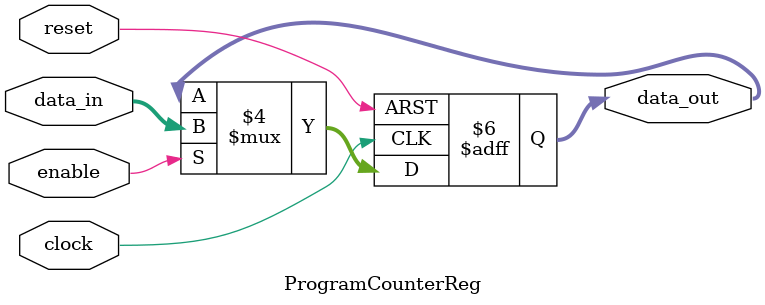
<source format=v>
module ProgramCounterReg(clock, reset, enable, data_in, data_out);
	input clock;
	input reset;
	input enable;
	input [31:0]data_in;
	output reg [31:0] data_out;
	
	initial begin
		data_out = 32'h400000;
	end

	always @(posedge clock or posedge reset) begin
		if(reset) begin
			data_out <= 32'h400000;
		end else begin
			if(enable) begin
				data_out <= data_in;
			end else begin
				data_out <= data_out;
			end
		end
	end
endmodule
</source>
